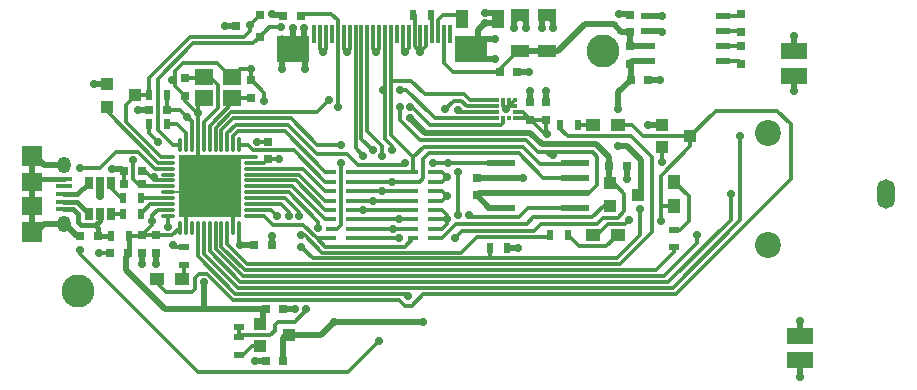
<source format=gbl>
G04 #@! TF.FileFunction,Copper,L2,Bot,Signal*
%FSLAX46Y46*%
G04 Gerber Fmt 4.6, Leading zero omitted, Abs format (unit mm)*
G04 Created by KiCad (PCBNEW 4.0.4-stable) date 10/29/16 22:21:33*
%MOMM*%
%LPD*%
G01*
G04 APERTURE LIST*
%ADD10C,0.100000*%
%ADD11C,2.800000*%
%ADD12R,0.900000X0.450000*%
%ADD13R,0.300000X1.600000*%
%ADD14R,2.700000X2.300000*%
%ADD15R,0.750000X0.800000*%
%ADD16R,0.800000X0.750000*%
%ADD17R,1.600000X1.000000*%
%ADD18R,1.000000X1.600000*%
%ADD19R,1.350000X0.450000*%
%ADD20O,1.150000X1.400000*%
%ADD21R,1.700000X1.700000*%
%ADD22R,1.700000X1.500000*%
%ADD23R,0.500000X0.900000*%
%ADD24R,0.690880X1.000760*%
%ADD25R,1.143000X0.508000*%
%ADD26R,2.399540X0.599440*%
%ADD27O,1.300000X0.300000*%
%ADD28O,0.300000X1.300000*%
%ADD29R,5.300000X5.300000*%
%ADD30R,1.600000X1.400000*%
%ADD31R,0.800100X0.800100*%
%ADD32R,1.000000X1.000000*%
%ADD33C,2.200000*%
%ADD34O,1.500000X2.500000*%
%ADD35R,0.900000X0.500000*%
%ADD36R,1.200000X1.000000*%
%ADD37R,1.000000X1.200000*%
%ADD38R,0.320000X0.320000*%
%ADD39R,2.200000X1.350000*%
%ADD40C,0.700000*%
%ADD41C,0.500000*%
%ADD42C,0.300000*%
%ADD43C,0.200000*%
%ADD44C,0.400000*%
%ADD45C,0.700000*%
G04 APERTURE END LIST*
D10*
D11*
X149700000Y-71650000D03*
X105250000Y-91970000D03*
D12*
X128350000Y-81900000D03*
X128350000Y-82700000D03*
X128350000Y-83500000D03*
X128350000Y-84300000D03*
X128350000Y-85100000D03*
X128350000Y-85900000D03*
X128350000Y-86700000D03*
X128350000Y-87500000D03*
X126650000Y-87500000D03*
X126650000Y-86700000D03*
X126650000Y-85900000D03*
X126650000Y-85100000D03*
X126650000Y-84300000D03*
X126650000Y-83500000D03*
X126650000Y-82700000D03*
X126650000Y-81900000D03*
D13*
X136750000Y-70200000D03*
X136250000Y-70200000D03*
X135750000Y-70200000D03*
X135250000Y-70200000D03*
X134750000Y-70200000D03*
X134250000Y-70200000D03*
X133750000Y-70200000D03*
X133250000Y-70200000D03*
X132750000Y-70200000D03*
X132250000Y-70200000D03*
X131750000Y-70200000D03*
X131250000Y-70200000D03*
X130750000Y-70200000D03*
X130250000Y-70200000D03*
X129750000Y-70200000D03*
X129250000Y-70200000D03*
X128750000Y-70200000D03*
X128250000Y-70200000D03*
X127750000Y-70200000D03*
X127250000Y-70200000D03*
X126750000Y-70200000D03*
X126250000Y-70200000D03*
X125750000Y-70200000D03*
X125250000Y-70200000D03*
D14*
X138500000Y-71450000D03*
X123500000Y-71450000D03*
D15*
X152000000Y-71200000D03*
X152000000Y-72700000D03*
D16*
X122650000Y-68650000D03*
X124150000Y-68650000D03*
X150250000Y-81400000D03*
X151750000Y-81400000D03*
X152050000Y-74050000D03*
X153550000Y-74050000D03*
D15*
X152000000Y-70050000D03*
X152000000Y-68550000D03*
X161400000Y-70000000D03*
X161400000Y-68500000D03*
X161400000Y-71200000D03*
X161400000Y-72700000D03*
D16*
X106950000Y-87300000D03*
X105450000Y-87300000D03*
D15*
X110700000Y-87250000D03*
X110700000Y-88750000D03*
D16*
X110650000Y-81800000D03*
X109150000Y-81800000D03*
D15*
X111900000Y-87250000D03*
X111900000Y-88750000D03*
D16*
X112750000Y-76600000D03*
X111250000Y-76600000D03*
D15*
X121300000Y-80800000D03*
X121300000Y-79300000D03*
D16*
X120150000Y-88100000D03*
X121650000Y-88100000D03*
D17*
X145000000Y-71600000D03*
X145000000Y-68600000D03*
X142700000Y-71600000D03*
X142700000Y-68600000D03*
D16*
X140950000Y-73400000D03*
X142450000Y-73400000D03*
D18*
X137800000Y-68900000D03*
X140800000Y-68900000D03*
D15*
X139000000Y-83850000D03*
X139000000Y-82350000D03*
D16*
X121150000Y-93500000D03*
X122650000Y-93500000D03*
X122650000Y-97900000D03*
X121150000Y-97900000D03*
D15*
X114300000Y-73950000D03*
X114300000Y-75450000D03*
X119900000Y-75600000D03*
X119900000Y-74100000D03*
D16*
X110650000Y-82900000D03*
X109150000Y-82900000D03*
D19*
X104050000Y-85050000D03*
X104050000Y-84400000D03*
X104050000Y-83750000D03*
X104050000Y-83100000D03*
X104050000Y-82450000D03*
D20*
X104050000Y-86250000D03*
X104050000Y-81250000D03*
D21*
X101350000Y-86950000D03*
X101350000Y-80550000D03*
D22*
X101350000Y-84750000D03*
X101350000Y-82750000D03*
D23*
X108050000Y-87300000D03*
X109550000Y-87300000D03*
X112750000Y-75400000D03*
X111250000Y-75400000D03*
X135150000Y-68600000D03*
X133650000Y-68600000D03*
D12*
X135350000Y-81900000D03*
X135350000Y-82700000D03*
X135350000Y-83500000D03*
X135350000Y-84300000D03*
X135350000Y-85100000D03*
X135350000Y-85900000D03*
X135350000Y-86700000D03*
X135350000Y-87500000D03*
X133650000Y-87500000D03*
X133650000Y-86700000D03*
X133650000Y-85900000D03*
X133650000Y-85100000D03*
X133650000Y-84300000D03*
X133650000Y-83500000D03*
X133650000Y-82700000D03*
X133650000Y-81900000D03*
D23*
X112750000Y-77800000D03*
X111250000Y-77800000D03*
X109050000Y-84100000D03*
X110550000Y-84100000D03*
X109050000Y-85400000D03*
X110550000Y-85400000D03*
D24*
X106150040Y-82799520D03*
X107100000Y-82799520D03*
X108049960Y-82799520D03*
X108049960Y-85400480D03*
X107100000Y-85400480D03*
X106150040Y-85400480D03*
D25*
X153525000Y-68695000D03*
X153525000Y-69965000D03*
X153525000Y-71235000D03*
X153525000Y-72505000D03*
X159875000Y-72505000D03*
X159875000Y-71235000D03*
X159875000Y-69965000D03*
X159875000Y-68695000D03*
D26*
X141033000Y-81095000D03*
X147367000Y-81095000D03*
X141033000Y-82365000D03*
X141033000Y-83635000D03*
X141033000Y-84905000D03*
X147367000Y-82365000D03*
X147367000Y-83635000D03*
X147367000Y-84905000D03*
D27*
X112900000Y-85600000D03*
X112900000Y-85100000D03*
X112900000Y-84600000D03*
X112900000Y-84100000D03*
X112900000Y-83600000D03*
X112900000Y-83100000D03*
X112900000Y-82600000D03*
X112900000Y-82100000D03*
X112900000Y-81600000D03*
X112900000Y-81100000D03*
X112900000Y-80600000D03*
D28*
X113900000Y-79600000D03*
X114400000Y-79600000D03*
X114900000Y-79600000D03*
X115400000Y-79600000D03*
X115900000Y-79600000D03*
X116400000Y-79600000D03*
X116900000Y-79600000D03*
X117400000Y-79600000D03*
X117900000Y-79600000D03*
X118400000Y-79600000D03*
X118900000Y-79600000D03*
D27*
X119900000Y-80600000D03*
X119900000Y-81100000D03*
X119900000Y-81600000D03*
X119900000Y-82100000D03*
X119900000Y-82600000D03*
X119900000Y-83100000D03*
X119900000Y-83600000D03*
X119900000Y-84100000D03*
X119900000Y-84600000D03*
X119900000Y-85100000D03*
X119900000Y-85600000D03*
D28*
X118900000Y-86600000D03*
X118400000Y-86600000D03*
X117900000Y-86600000D03*
X117400000Y-86600000D03*
X116900000Y-86600000D03*
X116400000Y-86600000D03*
X115900000Y-86600000D03*
X115400000Y-86600000D03*
X114900000Y-86600000D03*
X114400000Y-86600000D03*
X113900000Y-86600000D03*
D29*
X116400000Y-83100000D03*
D30*
X115900000Y-73800000D03*
X118300000Y-73800000D03*
X118300000Y-75600000D03*
X115900000Y-75600000D03*
D31*
X120650760Y-68550000D03*
X120650760Y-70450000D03*
X118651780Y-69500000D03*
D32*
X150300000Y-84750000D03*
X150300000Y-82850000D03*
X152700000Y-83800000D03*
X107700000Y-76350000D03*
X107700000Y-74450000D03*
X110100000Y-75400000D03*
X120700000Y-96650000D03*
X120700000Y-94750000D03*
X123100000Y-95700000D03*
D33*
X163700000Y-88050000D03*
X163700000Y-78550000D03*
D34*
X173700000Y-83750000D03*
D35*
X118900000Y-95850000D03*
X118900000Y-97350000D03*
D32*
X154700000Y-79800000D03*
X154700000Y-77900000D03*
X157100000Y-78850000D03*
D35*
X114200000Y-88250000D03*
X114200000Y-89750000D03*
D23*
X145250000Y-87200000D03*
X146750000Y-87200000D03*
D35*
X155750000Y-88250000D03*
X155750000Y-86750000D03*
D23*
X146050000Y-77900000D03*
X147550000Y-77900000D03*
D36*
X111950000Y-90900000D03*
X114050000Y-90900000D03*
X148850000Y-87200000D03*
X150950000Y-87200000D03*
D37*
X155750000Y-84800000D03*
X155750000Y-82700000D03*
D36*
X150950000Y-77900000D03*
X148850000Y-77900000D03*
D23*
X140100000Y-88350000D03*
X141600000Y-88350000D03*
D15*
X144900000Y-77450000D03*
X144900000Y-75950000D03*
X143550000Y-77450000D03*
X143550000Y-75950000D03*
D35*
X118900000Y-95000000D03*
X118900000Y-93500000D03*
D38*
X140750000Y-77300000D03*
X141250000Y-77300000D03*
X141750000Y-77300000D03*
X142250000Y-77300000D03*
X142250000Y-76800000D03*
X142250000Y-76300000D03*
X142250000Y-75800000D03*
X141750000Y-75800000D03*
X141250000Y-75800000D03*
X140750000Y-75800000D03*
X140750000Y-76300000D03*
X140750000Y-76800000D03*
D39*
X166400000Y-95775000D03*
X166400000Y-97825000D03*
X165900000Y-71675000D03*
X165900000Y-73725000D03*
D16*
X109450000Y-88700000D03*
X107950000Y-88700000D03*
D40*
X151000000Y-79650000D03*
X151000000Y-76550000D03*
X107000000Y-88700000D03*
X165900000Y-75000000D03*
X165900000Y-70400000D03*
X166400000Y-94500000D03*
X166400000Y-99200000D03*
X113250000Y-74050000D03*
X121700000Y-68500000D03*
X123500000Y-69700000D03*
X144900000Y-75000000D03*
X143550000Y-75000000D03*
X141500000Y-76550000D03*
X136500000Y-85900000D03*
X121000000Y-75850000D03*
X110700000Y-89700000D03*
X142550000Y-88350000D03*
X151750000Y-82450000D03*
X153500000Y-77900000D03*
X106650000Y-74450000D03*
X124500000Y-73200000D03*
X122500000Y-73200000D03*
X126000000Y-71700000D03*
X128000000Y-71700000D03*
X130500000Y-71700000D03*
X132950000Y-71700000D03*
X124400000Y-69700000D03*
X117700000Y-69500000D03*
X108100000Y-81600000D03*
X115400000Y-76900000D03*
X143400000Y-73400000D03*
X154500000Y-74050000D03*
X154700000Y-70000000D03*
X154700000Y-68700000D03*
X151050000Y-68500000D03*
X134250000Y-71700000D03*
X145500000Y-69700000D03*
X144500000Y-69700000D03*
X143200000Y-69700000D03*
X142200000Y-69700000D03*
X140600000Y-72300000D03*
X140600000Y-70600000D03*
X139700000Y-69300000D03*
X139700000Y-68400000D03*
X120200000Y-97900000D03*
X123600000Y-93500000D03*
X121700000Y-87300000D03*
X114300000Y-85200000D03*
X118500000Y-85200000D03*
X114300000Y-81000000D03*
X116400000Y-83100000D03*
X118500000Y-81000000D03*
X110300000Y-76600000D03*
X142900000Y-82350000D03*
X119900000Y-73150000D03*
X120400000Y-79300000D03*
X136500000Y-83900000D03*
X136500000Y-82300000D03*
X111900000Y-89700000D03*
X107100000Y-83900000D03*
X145450000Y-80450000D03*
X144950000Y-78650000D03*
X132500000Y-76350000D03*
X127250000Y-76400000D03*
X109900000Y-80900000D03*
X137150000Y-87500000D03*
X132400000Y-87500000D03*
X133400000Y-77300000D03*
X115900000Y-91200000D03*
X122250000Y-80800000D03*
X119000000Y-88100000D03*
X111550000Y-86000000D03*
X111700000Y-82300000D03*
X114500000Y-77200000D03*
X112000000Y-79300000D03*
X134500000Y-94600000D03*
X126900000Y-94600000D03*
X119800000Y-69400000D03*
X124600000Y-93450000D03*
X125600000Y-86600000D03*
X131050000Y-74900000D03*
X132500000Y-74900000D03*
X131800000Y-80000000D03*
X131800000Y-82700000D03*
X105400000Y-88500000D03*
X105400000Y-81500000D03*
X130700000Y-96200000D03*
X136550000Y-81100000D03*
X136350000Y-76550000D03*
X135300000Y-81100000D03*
X132900000Y-81100000D03*
X129400000Y-80500000D03*
X129400000Y-85100000D03*
X130200000Y-80000000D03*
X130200000Y-84300000D03*
X131000000Y-80500000D03*
X131000000Y-83500000D03*
X138400000Y-85500000D03*
X132400000Y-85900000D03*
X133200000Y-92400000D03*
X122400000Y-69600000D03*
X122100000Y-85600000D03*
X160500000Y-83750000D03*
X154700000Y-81000000D03*
X123100000Y-85600000D03*
X124150000Y-88200000D03*
X152800000Y-85050000D03*
X151900000Y-85950000D03*
X154650000Y-86000000D03*
X113300000Y-88100000D03*
X112900000Y-86500000D03*
X124150000Y-87250000D03*
X124000000Y-85600000D03*
X157700000Y-87250000D03*
X161300000Y-78800000D03*
X137400000Y-81850000D03*
X137400000Y-76600000D03*
X131900000Y-86700000D03*
X137400000Y-85500000D03*
X133400000Y-76350000D03*
X126500000Y-75750000D03*
X127500000Y-79600000D03*
X127500000Y-81100000D03*
D41*
X152000000Y-71200000D02*
X152000000Y-70000000D01*
X153525000Y-71235000D02*
X152035000Y-71235000D01*
X152035000Y-71235000D02*
X152000000Y-71200000D01*
X152000000Y-70000000D02*
X151250000Y-70000000D01*
X151250000Y-70000000D02*
X150600000Y-69350000D01*
X150600000Y-69350000D02*
X148150000Y-69350000D01*
X148150000Y-69350000D02*
X145900000Y-71600000D01*
X145900000Y-71600000D02*
X145000000Y-71600000D01*
X142700000Y-71600000D02*
X145000000Y-71600000D01*
D42*
X140950000Y-73400000D02*
X140950000Y-73150000D01*
X140950000Y-73150000D02*
X142500000Y-71600000D01*
X142500000Y-71600000D02*
X142700000Y-71600000D01*
X136250000Y-70200000D02*
X136250000Y-72650000D01*
X137000000Y-73400000D02*
X140950000Y-73400000D01*
X136250000Y-72650000D02*
X137000000Y-73400000D01*
D41*
X152700000Y-83800000D02*
X152950000Y-83550000D01*
X152950000Y-83550000D02*
X152950000Y-80850000D01*
X152950000Y-80850000D02*
X151750000Y-79650000D01*
X151750000Y-79650000D02*
X151000000Y-79650000D01*
X151000000Y-76550000D02*
X151000000Y-75100000D01*
X151000000Y-75100000D02*
X152050000Y-74050000D01*
X152050000Y-74050000D02*
X152050000Y-72750000D01*
X152050000Y-72750000D02*
X152000000Y-72700000D01*
X151998220Y-74101780D02*
X152050000Y-74050000D01*
X153525000Y-72505000D02*
X152195000Y-72505000D01*
X152195000Y-72505000D02*
X152000000Y-72700000D01*
D42*
X107950000Y-88700000D02*
X107000000Y-88700000D01*
D41*
X165900000Y-73725000D02*
X165900000Y-75000000D01*
X165900000Y-71675000D02*
X165900000Y-70400000D01*
X166400000Y-95775000D02*
X166400000Y-94500000D01*
X166400000Y-97825000D02*
X166400000Y-99200000D01*
D42*
X113450000Y-74050000D02*
X113250000Y-74050000D01*
D41*
X122650000Y-68650000D02*
X122550000Y-68550000D01*
X122550000Y-68550000D02*
X121750000Y-68550000D01*
X121750000Y-68550000D02*
X121700000Y-68500000D01*
X123500000Y-69700000D02*
X123500000Y-71450000D01*
X144900000Y-75950000D02*
X144900000Y-75000000D01*
X143550000Y-75950000D02*
X143550000Y-75000000D01*
D42*
X142250000Y-75800000D02*
X141750000Y-76300000D01*
X142250000Y-76300000D02*
X141750000Y-76300000D01*
X141750000Y-76300000D02*
X141500000Y-76550000D01*
X141250000Y-75800000D02*
X141250000Y-76300000D01*
X141750000Y-76300000D02*
X141500000Y-76550000D01*
X141750000Y-76300000D02*
X141750000Y-75800000D01*
X141250000Y-76300000D02*
X141500000Y-76550000D01*
X135350000Y-85100000D02*
X136100000Y-85100000D01*
X136500000Y-85500000D02*
X136500000Y-85900000D01*
X136100000Y-85100000D02*
X136500000Y-85500000D01*
X135350000Y-86700000D02*
X136050000Y-86700000D01*
X136500000Y-85900000D02*
X135350000Y-85900000D01*
X136500000Y-86250000D02*
X136500000Y-85900000D01*
X136050000Y-86700000D02*
X136500000Y-86250000D01*
X119900000Y-74100000D02*
X119950000Y-74100000D01*
X119950000Y-74100000D02*
X121000000Y-75150000D01*
X121000000Y-75150000D02*
X121000000Y-75850000D01*
D41*
X110700000Y-89700000D02*
X110700000Y-88750000D01*
X141600000Y-88350000D02*
X142550000Y-88350000D01*
X151750000Y-81400000D02*
X151750000Y-82450000D01*
X154700000Y-77900000D02*
X153500000Y-77900000D01*
X107700000Y-74450000D02*
X106650000Y-74450000D01*
X123500000Y-71450000D02*
X124500000Y-72450000D01*
X124500000Y-72450000D02*
X124500000Y-73200000D01*
X123500000Y-71450000D02*
X122500000Y-72450000D01*
X122500000Y-72450000D02*
X122500000Y-73200000D01*
D42*
X126250000Y-70200000D02*
X126250000Y-71450000D01*
X125750000Y-71450000D02*
X126000000Y-71700000D01*
X125750000Y-71450000D02*
X125750000Y-70200000D01*
X126250000Y-71450000D02*
X126000000Y-71700000D01*
X128250000Y-70200000D02*
X128250000Y-71450000D01*
X127750000Y-71450000D02*
X127750000Y-70200000D01*
X128000000Y-71700000D02*
X127750000Y-71450000D01*
X128250000Y-71450000D02*
X128000000Y-71700000D01*
X130750000Y-70200000D02*
X130750000Y-71450000D01*
X130250000Y-71450000D02*
X130500000Y-71700000D01*
X130250000Y-71450000D02*
X130250000Y-70200000D01*
X130750000Y-71450000D02*
X130500000Y-71700000D01*
X133250000Y-70200000D02*
X133250000Y-71400000D01*
X132750000Y-71500000D02*
X132950000Y-71700000D01*
X132750000Y-71500000D02*
X132750000Y-70200000D01*
X133250000Y-71400000D02*
X132950000Y-71700000D01*
D41*
X123500000Y-71450000D02*
X123050000Y-71900000D01*
D42*
X123500000Y-71450000D02*
X124400000Y-70550000D01*
D41*
X124400000Y-70550000D02*
X124400000Y-69700000D01*
D42*
X123500000Y-71450000D02*
X122500000Y-70450000D01*
D41*
X118651780Y-69500000D02*
X117700000Y-69500000D01*
X108100000Y-81600000D02*
X108950000Y-81600000D01*
X142450000Y-73400000D02*
X143400000Y-73400000D01*
X153550000Y-74050000D02*
X154500000Y-74050000D01*
X153525000Y-69965000D02*
X154665000Y-69965000D01*
X154665000Y-69965000D02*
X154700000Y-70000000D01*
X153525000Y-68695000D02*
X154695000Y-68695000D01*
X154695000Y-68695000D02*
X154700000Y-68700000D01*
X152000000Y-68500000D02*
X151050000Y-68500000D01*
D42*
X133750000Y-70200000D02*
X133750000Y-71200000D01*
X134750000Y-71200000D02*
X134250000Y-71700000D01*
X134750000Y-70200000D02*
X134750000Y-71200000D01*
X134250000Y-71700000D02*
X134250000Y-70200000D01*
X133750000Y-71200000D02*
X134250000Y-71700000D01*
D41*
X145000000Y-68600000D02*
X145500000Y-69100000D01*
X145500000Y-69100000D02*
X145500000Y-69700000D01*
X145000000Y-68600000D02*
X144500000Y-69100000D01*
X144500000Y-69100000D02*
X144500000Y-69700000D01*
X142700000Y-68600000D02*
X143200000Y-69100000D01*
X143200000Y-69100000D02*
X143200000Y-69700000D01*
X142700000Y-68600000D02*
X142200000Y-69100000D01*
X142200000Y-69100000D02*
X142200000Y-69700000D01*
X138500000Y-71450000D02*
X139350000Y-72300000D01*
X139350000Y-72300000D02*
X140600000Y-72300000D01*
X138500000Y-71450000D02*
X139350000Y-70600000D01*
X139350000Y-70600000D02*
X140600000Y-70600000D01*
X138500000Y-71450000D02*
X139100000Y-70850000D01*
X139100000Y-70850000D02*
X139100000Y-69900000D01*
X139100000Y-69900000D02*
X139700000Y-69300000D01*
X140800000Y-68850000D02*
X140350000Y-69300000D01*
X140350000Y-69300000D02*
X139700000Y-69300000D01*
X140800000Y-68850000D02*
X140350000Y-68400000D01*
X140350000Y-68400000D02*
X139700000Y-68400000D01*
D42*
X133750000Y-70200000D02*
X133750000Y-68600000D01*
X133750000Y-68600000D02*
X133650000Y-68500000D01*
D41*
X121150000Y-97900000D02*
X120200000Y-97900000D01*
X122650000Y-93500000D02*
X123600000Y-93500000D01*
D43*
X112900000Y-83600000D02*
X115900000Y-83600000D01*
X115900000Y-83600000D02*
X116400000Y-83100000D01*
D42*
X115400000Y-79600000D02*
X115400000Y-82100000D01*
X115400000Y-82100000D02*
X116400000Y-83100000D01*
X119900000Y-80600000D02*
X118900000Y-80600000D01*
X118900000Y-80600000D02*
X116400000Y-83100000D01*
X114400000Y-86600000D02*
X114400000Y-85100000D01*
X114400000Y-85100000D02*
X116400000Y-83100000D01*
X118400000Y-86600000D02*
X118400000Y-85100000D01*
X118400000Y-85100000D02*
X116400000Y-83100000D01*
D41*
X121700000Y-88050000D02*
X121700000Y-87300000D01*
D42*
X121700000Y-88050000D02*
X121650000Y-88100000D01*
X114300000Y-85200000D02*
X116400000Y-83100000D01*
X118500000Y-85200000D02*
X116400000Y-83100000D01*
X114300000Y-81000000D02*
X116400000Y-83100000D01*
X118500000Y-81000000D02*
X116400000Y-83100000D01*
D41*
X111250000Y-76600000D02*
X110300000Y-76600000D01*
X141033000Y-82365000D02*
X142885000Y-82365000D01*
X142885000Y-82365000D02*
X142900000Y-82350000D01*
X141033000Y-82365000D02*
X139015000Y-82365000D01*
X139015000Y-82365000D02*
X139000000Y-82350000D01*
D42*
X118950000Y-73150000D02*
X119900000Y-73150000D01*
X119900000Y-73150000D02*
X119900000Y-74100000D01*
X118950000Y-73150000D02*
X118300000Y-73800000D01*
X117050000Y-72650000D02*
X118200000Y-73800000D01*
X118200000Y-73800000D02*
X118300000Y-73800000D01*
X114300000Y-75450000D02*
X113450000Y-74600000D01*
X114150000Y-72650000D02*
X117050000Y-72650000D01*
X113450000Y-73350000D02*
X114150000Y-72650000D01*
X113450000Y-74600000D02*
X113450000Y-74050000D01*
X113450000Y-74050000D02*
X113450000Y-73350000D01*
X115400000Y-76900000D02*
X115300000Y-76900000D01*
X114300000Y-75900000D02*
X114300000Y-75450000D01*
X115300000Y-76900000D02*
X114300000Y-75900000D01*
X115400000Y-76100000D02*
X115400000Y-76900000D01*
X115400000Y-76900000D02*
X115400000Y-79600000D01*
X115400000Y-76100000D02*
X115900000Y-75600000D01*
X121300000Y-79300000D02*
X120400000Y-79300000D01*
X135350000Y-84300000D02*
X136100000Y-84300000D01*
X136100000Y-83500000D02*
X136500000Y-83900000D01*
X136100000Y-83500000D02*
X135350000Y-83500000D01*
X136100000Y-84300000D02*
X136500000Y-83900000D01*
X135350000Y-82700000D02*
X136100000Y-82700000D01*
X136100000Y-81900000D02*
X136500000Y-82300000D01*
X136100000Y-81900000D02*
X135350000Y-81900000D01*
X136100000Y-82700000D02*
X136500000Y-82300000D01*
D41*
X109150000Y-81800000D02*
X108950000Y-81600000D01*
D42*
X109150000Y-82900000D02*
X109150000Y-81800000D01*
D41*
X101350000Y-80200000D02*
X102400000Y-81250000D01*
X102400000Y-81250000D02*
X104050000Y-81250000D01*
D44*
X104050000Y-82450000D02*
X101650000Y-82450000D01*
X101650000Y-82450000D02*
X101350000Y-82750000D01*
D41*
X101350000Y-80200000D02*
X101350000Y-82750000D01*
X101350000Y-84750000D02*
X101350000Y-82750000D01*
X101350000Y-87300000D02*
X101350000Y-84750000D01*
X104050000Y-86250000D02*
X102400000Y-86250000D01*
X102400000Y-86250000D02*
X101350000Y-87300000D01*
X105450000Y-87300000D02*
X105200000Y-87300000D01*
X105200000Y-87300000D02*
X104150000Y-86250000D01*
X104150000Y-86250000D02*
X104050000Y-86250000D01*
X111900000Y-88750000D02*
X111900000Y-89700000D01*
D45*
X107100000Y-82799520D02*
X107100000Y-83900000D01*
D42*
X116800000Y-81800000D02*
X117800000Y-82800000D01*
X117300000Y-83300000D02*
X117800000Y-82800000D01*
X142250000Y-76800000D02*
X142900000Y-76800000D01*
X142900000Y-76800000D02*
X143550000Y-77450000D01*
X142250000Y-77300000D02*
X143400000Y-77300000D01*
X143400000Y-77300000D02*
X143550000Y-77450000D01*
X144900000Y-77450000D02*
X143550000Y-77450000D01*
X143550000Y-77450000D02*
X143600000Y-77450000D01*
X143600000Y-77450000D02*
X144800000Y-78650000D01*
X144800000Y-78650000D02*
X144950000Y-78650000D01*
X144900000Y-77450000D02*
X144900000Y-78600000D01*
X145150000Y-80450000D02*
X144925000Y-80225000D01*
X145450000Y-80450000D02*
X145150000Y-80450000D01*
X144900000Y-78600000D02*
X144950000Y-78650000D01*
X148825000Y-80225000D02*
X144925000Y-80225000D01*
X144925000Y-80225000D02*
X144225000Y-80225000D01*
X134250000Y-79200000D02*
X143200000Y-79200000D01*
X132500000Y-77450000D02*
X134250000Y-79200000D01*
X132500000Y-76350000D02*
X132500000Y-77450000D01*
X144225000Y-80225000D02*
X143200000Y-79200000D01*
X148515000Y-83635000D02*
X147367000Y-83635000D01*
X149200000Y-82950000D02*
X148515000Y-83635000D01*
X149200000Y-80600000D02*
X149200000Y-82950000D01*
X148825000Y-80225000D02*
X149200000Y-80600000D01*
X127250000Y-70200000D02*
X127250000Y-76400000D01*
X124150000Y-68500000D02*
X126700000Y-68500000D01*
X127250000Y-69050000D02*
X127250000Y-70200000D01*
X126700000Y-68500000D02*
X127250000Y-69050000D01*
X110300000Y-82900000D02*
X109900000Y-82500000D01*
X109900000Y-82500000D02*
X109900000Y-80900000D01*
X110650000Y-82900000D02*
X110300000Y-82900000D01*
D41*
X147367000Y-83635000D02*
X141033000Y-83635000D01*
X141033000Y-84905000D02*
X140055000Y-84905000D01*
X140055000Y-84905000D02*
X139000000Y-83850000D01*
X141033000Y-83635000D02*
X139215000Y-83635000D01*
X139215000Y-83635000D02*
X139000000Y-83850000D01*
D42*
X112900000Y-83100000D02*
X110850000Y-83100000D01*
X110850000Y-83100000D02*
X110650000Y-82900000D01*
X128350000Y-87500000D02*
X132400000Y-87500000D01*
X143850000Y-86850000D02*
X137800000Y-86850000D01*
X137800000Y-86850000D02*
X137150000Y-87500000D01*
X151500000Y-83750000D02*
X150600000Y-82850000D01*
X149200000Y-86250000D02*
X144450000Y-86250000D01*
X149700000Y-85750000D02*
X149200000Y-86250000D01*
X150950000Y-85750000D02*
X149700000Y-85750000D01*
X151500000Y-85200000D02*
X150950000Y-85750000D01*
X151500000Y-83750000D02*
X151500000Y-85200000D01*
X144450000Y-86250000D02*
X143850000Y-86850000D01*
X150300000Y-82850000D02*
X150600000Y-82850000D01*
X121150000Y-93500000D02*
X118900000Y-93500000D01*
D41*
X150250000Y-81400000D02*
X150250000Y-80650000D01*
X149125000Y-79525000D02*
X144525000Y-79525000D01*
X150250000Y-82800000D02*
X150300000Y-82850000D01*
X149125000Y-79525000D02*
X150250000Y-80650000D01*
X150250000Y-80650000D02*
X150250000Y-82800000D01*
X134650000Y-78550000D02*
X143550000Y-78550000D01*
X133400000Y-77300000D02*
X134650000Y-78550000D01*
D42*
X150300000Y-82850000D02*
X150300000Y-82900000D01*
D41*
X144525000Y-79525000D02*
X143550000Y-78550000D01*
X115900000Y-91200000D02*
X115900000Y-93500000D01*
X120899240Y-94750000D02*
X120899240Y-93750760D01*
X120899240Y-93750760D02*
X121150000Y-93500000D01*
X109300000Y-89100000D02*
X109300000Y-90200000D01*
X109300000Y-90200000D02*
X112600000Y-93500000D01*
X112600000Y-93500000D02*
X115900000Y-93500000D01*
X115900000Y-93500000D02*
X121150000Y-93500000D01*
D42*
X122250000Y-80800000D02*
X121300000Y-80800000D01*
X111700000Y-82300000D02*
X111700000Y-82600000D01*
X111250000Y-78550000D02*
X112000000Y-79300000D01*
X111250000Y-77800000D02*
X111250000Y-78550000D01*
X112750000Y-75400000D02*
X112750000Y-76600000D01*
D41*
X120150000Y-88100000D02*
X119000000Y-88100000D01*
D42*
X118900000Y-88000000D02*
X119000000Y-88100000D01*
X118900000Y-88000000D02*
X118900000Y-86600000D01*
X114500000Y-77200000D02*
X113900000Y-76600000D01*
X114900000Y-77600000D02*
X114500000Y-77200000D01*
X114900000Y-79600000D02*
X114900000Y-77600000D01*
X113900000Y-76600000D02*
X112750000Y-76600000D01*
X119900000Y-81100000D02*
X121000000Y-81100000D01*
X121000000Y-81100000D02*
X121300000Y-80800000D01*
D44*
X109550000Y-87300000D02*
X109550000Y-88850000D01*
X109550000Y-88850000D02*
X109300000Y-89100000D01*
D42*
X112900000Y-82600000D02*
X111700000Y-82600000D01*
X111700000Y-82600000D02*
X110900000Y-81800000D01*
X110900000Y-81800000D02*
X110650000Y-81800000D01*
X111900000Y-87250000D02*
X113250000Y-87250000D01*
X113250000Y-87250000D02*
X113900000Y-86600000D01*
X110700000Y-87250000D02*
X111900000Y-87250000D01*
X112900000Y-85100000D02*
X112000000Y-85100000D01*
X112000000Y-85100000D02*
X111550000Y-85550000D01*
X111550000Y-85550000D02*
X111550000Y-86000000D01*
X111550000Y-86400000D02*
X110700000Y-87250000D01*
X111550000Y-86000000D02*
X111550000Y-86400000D01*
X109550000Y-87300000D02*
X110650000Y-87300000D01*
X110650000Y-87300000D02*
X110700000Y-87250000D01*
X159875000Y-69965000D02*
X161365000Y-69965000D01*
X161365000Y-69965000D02*
X161400000Y-70000000D01*
X159875000Y-68695000D02*
X161205000Y-68695000D01*
X161205000Y-68695000D02*
X161400000Y-68500000D01*
X159875000Y-71235000D02*
X161365000Y-71235000D01*
X161365000Y-71235000D02*
X161400000Y-71200000D01*
X159875000Y-72505000D02*
X161205000Y-72505000D01*
X161205000Y-72505000D02*
X161400000Y-72700000D01*
D44*
X106950000Y-87300000D02*
X108050000Y-87300000D01*
X106950000Y-87300000D02*
X106950000Y-86650000D01*
X106950000Y-86650000D02*
X106700000Y-86400000D01*
X104050000Y-85050000D02*
X104850000Y-85050000D01*
X107100000Y-86000000D02*
X107100000Y-85400480D01*
X106700000Y-86400000D02*
X107100000Y-86000000D01*
X105500000Y-86400000D02*
X106700000Y-86400000D01*
X105250000Y-86150000D02*
X105500000Y-86400000D01*
X105250000Y-85450000D02*
X105250000Y-86150000D01*
X104850000Y-85050000D02*
X105250000Y-85450000D01*
X104050000Y-85050000D02*
X104550000Y-85050000D01*
D42*
X135750000Y-70200000D02*
X135750000Y-69050000D01*
X136200000Y-68600000D02*
X137550000Y-68600000D01*
X135750000Y-69050000D02*
X136200000Y-68600000D01*
X137550000Y-68600000D02*
X137800000Y-68850000D01*
D41*
X122650000Y-97900000D02*
X122650000Y-95948220D01*
X122650000Y-95948220D02*
X122898220Y-95700000D01*
X122898220Y-95700000D02*
X125800000Y-95700000D01*
X125800000Y-95700000D02*
X126900000Y-94600000D01*
X126900000Y-94600000D02*
X134500000Y-94600000D01*
D42*
X114300000Y-73950000D02*
X115750000Y-73950000D01*
X115750000Y-73950000D02*
X115900000Y-73800000D01*
X115900000Y-79600000D02*
X115900000Y-77650000D01*
X117100000Y-74500000D02*
X116400000Y-73800000D01*
X117100000Y-76450000D02*
X117100000Y-74500000D01*
X115900000Y-77650000D02*
X117100000Y-76450000D01*
X116400000Y-73800000D02*
X115900000Y-73800000D01*
X118300000Y-75600000D02*
X118300000Y-75992968D01*
X118350000Y-75992968D02*
X116390002Y-77952966D01*
X116390002Y-77952966D02*
X116390002Y-79600000D01*
X116390002Y-79600000D02*
X116400000Y-79600000D01*
X119900000Y-75600000D02*
X118300000Y-75600000D01*
D44*
X104050000Y-84400000D02*
X105149560Y-84400000D01*
X105149560Y-84400000D02*
X106150040Y-85400480D01*
X104050000Y-83750000D02*
X105199560Y-83750000D01*
X105199560Y-83750000D02*
X106150040Y-82799520D01*
D42*
X143250000Y-86250000D02*
X137300000Y-86250000D01*
X137300000Y-86250000D02*
X136050000Y-87500000D01*
X150300000Y-84750000D02*
X149750000Y-84750000D01*
X149750000Y-84750000D02*
X148800000Y-85700000D01*
X135350000Y-87500000D02*
X136050000Y-87500000D01*
X150300000Y-84450000D02*
X150300000Y-84750000D01*
X148800000Y-85700000D02*
X143800000Y-85700000D01*
X143800000Y-85700000D02*
X143250000Y-86250000D01*
X107700000Y-76500000D02*
X107699240Y-76499240D01*
X107699240Y-76499240D02*
X107699240Y-76250000D01*
X112042968Y-81100000D02*
X107700000Y-76757032D01*
X107700000Y-76757032D02*
X107700000Y-76500000D01*
X112900000Y-81100000D02*
X112042968Y-81100000D01*
X119800000Y-69400000D02*
X119800000Y-69950000D01*
X119300000Y-70450000D02*
X114750000Y-70450000D01*
X119800000Y-69950000D02*
X119300000Y-70450000D01*
X120650760Y-68550000D02*
X119800760Y-69400000D01*
X119800760Y-69400000D02*
X119800000Y-69400000D01*
X111250000Y-75400000D02*
X111250000Y-73950000D01*
X111250000Y-73950000D02*
X114750000Y-70450000D01*
X111250000Y-75400000D02*
X110190002Y-75400000D01*
X110190002Y-75400000D02*
X109350000Y-76240002D01*
X112900000Y-80600000D02*
X112300000Y-80600000D01*
X109350000Y-77650000D02*
X109350000Y-76240002D01*
X112300000Y-80600000D02*
X109350000Y-77650000D01*
X123650000Y-94550000D02*
X124600000Y-93600000D01*
X124600000Y-93600000D02*
X124600000Y-93450000D01*
X123650000Y-94550000D02*
X122200000Y-94550000D01*
X118900000Y-95000000D02*
X118900000Y-95850000D01*
X121900000Y-95350000D02*
X121550000Y-95700000D01*
X121550000Y-95700000D02*
X119150000Y-95700000D01*
X121900000Y-94850000D02*
X121900000Y-95350000D01*
X122200000Y-94550000D02*
X121900000Y-94850000D01*
X125600000Y-86100000D02*
X125600000Y-86600000D01*
X123100000Y-83600000D02*
X125600000Y-86100000D01*
X119900000Y-83600000D02*
X123100000Y-83600000D01*
X135250000Y-70200000D02*
X135250000Y-68600000D01*
X135250000Y-68600000D02*
X135150000Y-68500000D01*
X108049960Y-82799520D02*
X108049960Y-83249960D01*
X108049960Y-83249960D02*
X108900000Y-84100000D01*
X108900000Y-84100000D02*
X109050000Y-84100000D01*
X112900000Y-84100000D02*
X110550000Y-84100000D01*
X109050000Y-85400000D02*
X108050440Y-85400000D01*
X108050440Y-85400000D02*
X108049960Y-85400480D01*
X112900000Y-84600000D02*
X111350000Y-84600000D01*
X111350000Y-84600000D02*
X110550000Y-85400000D01*
X140750000Y-77300000D02*
X135450000Y-77300000D01*
X135450000Y-77300000D02*
X135100000Y-76950000D01*
X132500000Y-74900000D02*
X133050000Y-74900000D01*
X133050000Y-74900000D02*
X135100000Y-76950000D01*
X131050000Y-74900000D02*
X131250000Y-74900000D01*
X131800000Y-79650000D02*
X131250000Y-79100000D01*
X131250000Y-75850000D02*
X131250000Y-74900000D01*
X131250000Y-79100000D02*
X131250000Y-75850000D01*
X131800000Y-80000000D02*
X131800000Y-79650000D01*
X131250000Y-74900000D02*
X131250000Y-70200000D01*
X133650000Y-82700000D02*
X134200000Y-82700000D01*
X144665000Y-82365000D02*
X147367000Y-82365000D01*
X142600000Y-80300000D02*
X144665000Y-82365000D01*
X134950000Y-80300000D02*
X142600000Y-80300000D01*
X134500000Y-80750000D02*
X134950000Y-80300000D01*
X134500000Y-82400000D02*
X134500000Y-80750000D01*
X134200000Y-82700000D02*
X134500000Y-82400000D01*
X133650000Y-82700000D02*
X131800000Y-82700000D01*
X131800000Y-82700000D02*
X128350000Y-82700000D01*
X131750000Y-74150000D02*
X133450000Y-74150000D01*
X138430002Y-75800000D02*
X140750000Y-75800000D01*
X137930002Y-75300000D02*
X138430002Y-75800000D01*
X134600000Y-75300000D02*
X137930002Y-75300000D01*
X133450000Y-74150000D02*
X134600000Y-75300000D01*
X131750000Y-75650000D02*
X131750000Y-78750000D01*
X133650000Y-80650000D02*
X131750000Y-78750000D01*
X133650000Y-81900000D02*
X133650000Y-80650000D01*
X131750000Y-70200000D02*
X131750000Y-74150000D01*
X131750000Y-74150000D02*
X131750000Y-75650000D01*
X147517000Y-81245000D02*
X144395000Y-81245000D01*
X144395000Y-81245000D02*
X142900000Y-79750000D01*
X133650000Y-81900000D02*
X133650000Y-80650000D01*
X133650000Y-80650000D02*
X134550000Y-79750000D01*
X134550000Y-79750000D02*
X142900000Y-79750000D01*
X128350000Y-81900000D02*
X133650000Y-81900000D01*
X105400000Y-88500000D02*
X105400000Y-88800000D01*
X105400000Y-88800000D02*
X107300000Y-90700000D01*
X107300000Y-90700000D02*
X115400000Y-98800000D01*
X115400000Y-98800000D02*
X116750000Y-98800000D01*
X105400000Y-81500000D02*
X107100000Y-81500000D01*
X107100000Y-81500000D02*
X108450000Y-80150000D01*
X111800000Y-81600000D02*
X110350000Y-80150000D01*
X112900000Y-81600000D02*
X111800000Y-81600000D01*
X110350000Y-80150000D02*
X108450000Y-80150000D01*
X116750000Y-98800000D02*
X128100000Y-98800000D01*
X128100000Y-98800000D02*
X130700000Y-96200000D01*
X140750000Y-76300000D02*
X138150000Y-76300000D01*
X137700000Y-75850000D02*
X138150000Y-76300000D01*
X137050000Y-75850000D02*
X137700000Y-75850000D01*
X136350000Y-76550000D02*
X137050000Y-75850000D01*
X135300000Y-81100000D02*
X136550000Y-81100000D01*
X136550000Y-81100000D02*
X141028000Y-81100000D01*
X141028000Y-81100000D02*
X141033000Y-81095000D01*
X125450000Y-80350000D02*
X128050000Y-80350000D01*
X128050000Y-80350000D02*
X129000000Y-81300000D01*
X132700000Y-81300000D02*
X132900000Y-81100000D01*
X129000000Y-81300000D02*
X132700000Y-81300000D01*
X136500000Y-81100000D02*
X136500000Y-81095000D01*
X136500000Y-81095000D02*
X136500000Y-81100000D01*
X136500000Y-81100000D02*
X136500000Y-81095000D01*
X117900000Y-78600000D02*
X118600000Y-77900000D01*
X118600000Y-77900000D02*
X123000000Y-77900000D01*
X123000000Y-77900000D02*
X125450000Y-80350000D01*
X117900000Y-79600000D02*
X117900000Y-78600000D01*
X136500000Y-81095000D02*
X141033000Y-81095000D01*
X119900000Y-82600000D02*
X123700000Y-82600000D01*
X126200000Y-85100000D02*
X126650000Y-85100000D01*
X123700000Y-82600000D02*
X126200000Y-85100000D01*
X119900000Y-82100000D02*
X124000000Y-82100000D01*
X126200000Y-84300000D02*
X126650000Y-84300000D01*
X124000000Y-82100000D02*
X126200000Y-84300000D01*
X119900000Y-81600000D02*
X124300000Y-81600000D01*
X126200000Y-83500000D02*
X126650000Y-83500000D01*
X124300000Y-81600000D02*
X126200000Y-83500000D01*
X120100000Y-80050000D02*
X123550000Y-80050000D01*
X118900000Y-79600000D02*
X119650000Y-79600000D01*
X119650000Y-79600000D02*
X120100000Y-80050000D01*
X118900000Y-79600000D02*
X118900000Y-79100000D01*
X123550000Y-80050000D02*
X126200000Y-82700000D01*
X126200000Y-82700000D02*
X126650000Y-82700000D01*
X118400000Y-79600000D02*
X118400000Y-78850000D01*
X126200000Y-81900000D02*
X126650000Y-81900000D01*
X122750000Y-78450000D02*
X126200000Y-81900000D01*
X118800000Y-78450000D02*
X122750000Y-78450000D01*
X118400000Y-78850000D02*
X118800000Y-78450000D01*
X129400000Y-80500000D02*
X128750000Y-79850000D01*
X128750000Y-70050000D02*
X128750000Y-79850000D01*
X128350000Y-85100000D02*
X129400000Y-85100000D01*
X129400000Y-85100000D02*
X133650000Y-85100000D01*
X130200000Y-80000000D02*
X129250000Y-79050000D01*
X129250000Y-79050000D02*
X129250000Y-70200000D01*
X128350000Y-84300000D02*
X130200000Y-84300000D01*
X130200000Y-84300000D02*
X133650000Y-84300000D01*
X129750000Y-70200000D02*
X129750000Y-78450000D01*
X131000000Y-79700000D02*
X129750000Y-78450000D01*
X131000000Y-80500000D02*
X131000000Y-79700000D01*
X128350000Y-83500000D02*
X131000000Y-83500000D01*
X131000000Y-83500000D02*
X133650000Y-83500000D01*
X142600000Y-85700000D02*
X138600000Y-85700000D01*
X138600000Y-85700000D02*
X138400000Y-85500000D01*
X143395000Y-84905000D02*
X147367000Y-84905000D01*
X142600000Y-85700000D02*
X143395000Y-84905000D01*
X128350000Y-85900000D02*
X132400000Y-85900000D01*
X132400000Y-85900000D02*
X133650000Y-85900000D01*
X119900000Y-83100000D02*
X123400000Y-83100000D01*
X123400000Y-83100000D02*
X126200000Y-85900000D01*
X126200000Y-85900000D02*
X126650000Y-85900000D01*
X118570006Y-92170006D02*
X132970006Y-92170006D01*
X132970006Y-92170006D02*
X133200000Y-92400000D01*
X115400000Y-86600000D02*
X115400000Y-89000000D01*
X115400000Y-89000000D02*
X118570006Y-92170006D01*
X120650760Y-70450000D02*
X120650760Y-70399240D01*
X120650760Y-70399240D02*
X121050000Y-70000000D01*
X122400000Y-69600000D02*
X121450000Y-69600000D01*
X121450000Y-69600000D02*
X121050000Y-70000000D01*
X121050000Y-70000000D02*
X120050000Y-71000000D01*
X113300000Y-79600000D02*
X112000000Y-78300000D01*
X113900000Y-79600000D02*
X113300000Y-79600000D01*
X112000000Y-78300000D02*
X112000000Y-74000000D01*
X112000000Y-74000000D02*
X115000000Y-71000000D01*
X115000000Y-71000000D02*
X120050000Y-71000000D01*
X119900000Y-85100000D02*
X121600000Y-85100000D01*
X121600000Y-85100000D02*
X122100000Y-85600000D01*
X114400000Y-79600000D02*
X114400000Y-78600000D01*
X113600000Y-77800000D02*
X112750000Y-77800000D01*
X114400000Y-78600000D02*
X113600000Y-77800000D01*
X155250000Y-91190002D02*
X160500000Y-85940002D01*
X160500000Y-85940002D02*
X160500000Y-83750000D01*
X118990002Y-91190002D02*
X155250000Y-91190002D01*
X116400000Y-86600000D02*
X116400000Y-88600000D01*
X116400000Y-88600000D02*
X118990002Y-91190002D01*
X120700000Y-96650000D02*
X119950000Y-96650000D01*
X119250000Y-97350000D02*
X118750000Y-97350000D01*
X119950000Y-96650000D02*
X119250000Y-97350000D01*
X140100000Y-88350000D02*
X140100000Y-89190002D01*
X154700000Y-79800000D02*
X154700000Y-81000000D01*
X125140002Y-89190002D02*
X140100000Y-89190002D01*
X140100000Y-89190002D02*
X150859998Y-89190002D01*
X122400000Y-84600000D02*
X123100000Y-85300000D01*
X123100000Y-85300000D02*
X123100000Y-85600000D01*
X119900000Y-84600000D02*
X122400000Y-84600000D01*
X124150000Y-88200000D02*
X125140002Y-89190002D01*
X150859998Y-89190002D02*
X152800000Y-87250000D01*
X152800000Y-87250000D02*
X152800000Y-85050000D01*
X154650000Y-79850000D02*
X154700000Y-79800000D01*
X150125000Y-86275000D02*
X151575000Y-86275000D01*
X151575000Y-86275000D02*
X151900000Y-85950000D01*
X155900000Y-92200000D02*
X165600000Y-82500000D01*
X159250000Y-76700000D02*
X157100000Y-78850000D01*
X164450000Y-76700000D02*
X159250000Y-76700000D01*
X165600000Y-77850000D02*
X164450000Y-76700000D01*
X165600000Y-82500000D02*
X165600000Y-77850000D01*
X155750000Y-84800000D02*
X154600000Y-84800000D01*
X157100000Y-78850000D02*
X157100000Y-79700000D01*
X157100000Y-79700000D02*
X154600000Y-82200000D01*
X154600000Y-84800000D02*
X154600000Y-82200000D01*
X154600000Y-85950000D02*
X154600000Y-84800000D01*
X154600000Y-85950000D02*
X154650000Y-86000000D01*
X148850000Y-87200000D02*
X149200000Y-87200000D01*
X149200000Y-87200000D02*
X150125000Y-86275000D01*
X150950000Y-77900000D02*
X152150000Y-77900000D01*
X153100000Y-78850000D02*
X157100000Y-78850000D01*
X152150000Y-77900000D02*
X153100000Y-78850000D01*
X111950000Y-90900000D02*
X111950000Y-91250000D01*
X134500000Y-92200000D02*
X155900000Y-92200000D01*
X133500000Y-93200000D02*
X134500000Y-92200000D01*
X132900000Y-93200000D02*
X133500000Y-93200000D01*
X132400000Y-92700000D02*
X132900000Y-93200000D01*
X118400000Y-92700000D02*
X132400000Y-92700000D01*
X116200000Y-90500000D02*
X118400000Y-92700000D01*
X115500000Y-90500000D02*
X116200000Y-90500000D01*
X115150000Y-90850000D02*
X115500000Y-90500000D01*
X115150000Y-91750000D02*
X115150000Y-90850000D01*
X114900000Y-92000000D02*
X115150000Y-91750000D01*
X112700000Y-92000000D02*
X114900000Y-92000000D01*
X111950000Y-91250000D02*
X112700000Y-92000000D01*
X114300000Y-88250000D02*
X113450000Y-88250000D01*
X113450000Y-88250000D02*
X113300000Y-88100000D01*
X112900000Y-85600000D02*
X112900000Y-86500000D01*
X114200000Y-89750000D02*
X114200000Y-90750000D01*
X114200000Y-90750000D02*
X114050000Y-90900000D01*
X139000000Y-87400000D02*
X145050000Y-87400000D01*
X145050000Y-87400000D02*
X145250000Y-87200000D01*
X137700000Y-88700000D02*
X139000000Y-87400000D01*
X124150000Y-87250000D02*
X124450000Y-87250000D01*
X125900000Y-88700000D02*
X137700000Y-88700000D01*
X124450000Y-87250000D02*
X125900000Y-88700000D01*
X119900000Y-84100000D02*
X122800000Y-84100000D01*
X124000000Y-85300000D02*
X124000000Y-85600000D01*
X122800000Y-84100000D02*
X124000000Y-85300000D01*
X146750000Y-87200000D02*
X147700000Y-88150000D01*
X150000000Y-88150000D02*
X150950000Y-87200000D01*
X147700000Y-88150000D02*
X150000000Y-88150000D01*
X155750000Y-88250000D02*
X155750000Y-88650000D01*
X155750000Y-88650000D02*
X154209998Y-90190002D01*
X117400000Y-86600000D02*
X117400000Y-88200000D01*
X119390002Y-90190002D02*
X154209998Y-90190002D01*
X117400000Y-88200000D02*
X119390002Y-90190002D01*
X155750000Y-86750000D02*
X156250000Y-86750000D01*
X156950000Y-83900000D02*
X155750000Y-82700000D01*
X156950000Y-86050000D02*
X156950000Y-83900000D01*
X156250000Y-86750000D02*
X156950000Y-86050000D01*
X146050000Y-77900000D02*
X146050000Y-78200000D01*
X146050000Y-78200000D02*
X146700000Y-78850000D01*
X151150000Y-89700000D02*
X153850000Y-87000000D01*
X152050000Y-78850000D02*
X146700000Y-78850000D01*
X153850000Y-80650000D02*
X152050000Y-78850000D01*
X153850000Y-87000000D02*
X153850000Y-80650000D01*
X117900000Y-88000000D02*
X119600000Y-89700000D01*
X117900000Y-86600000D02*
X117900000Y-88000000D01*
X119600000Y-89700000D02*
X151150000Y-89700000D01*
X147550000Y-77900000D02*
X148850000Y-77900000D01*
X154900000Y-90700000D02*
X157700000Y-87900000D01*
X157700000Y-87900000D02*
X157700000Y-87250000D01*
X116900000Y-86600000D02*
X116900000Y-88400000D01*
X119200000Y-90700000D02*
X154900000Y-90700000D01*
X116900000Y-88400000D02*
X119200000Y-90700000D01*
X155600000Y-91680004D02*
X161300000Y-85980004D01*
X161300000Y-85980004D02*
X161300000Y-78800000D01*
X115900000Y-88792968D02*
X118787036Y-91680004D01*
X115900000Y-86600000D02*
X115900000Y-88792968D01*
X118787036Y-91680004D02*
X155600000Y-91680004D01*
X140750000Y-76800000D02*
X137600000Y-76800000D01*
X137400000Y-76600000D02*
X137600000Y-76800000D01*
X137400000Y-85500000D02*
X137400000Y-81850000D01*
X133650000Y-86700000D02*
X131900000Y-86700000D01*
X131900000Y-86700000D02*
X128350000Y-86700000D01*
X133400000Y-76350000D02*
X133500000Y-76350000D01*
X141250000Y-77700000D02*
X141250000Y-77300000D01*
X141050000Y-77900000D02*
X141250000Y-77700000D01*
X135050000Y-77900000D02*
X141050000Y-77900000D01*
X133500000Y-76350000D02*
X135050000Y-77900000D01*
X118250000Y-76800000D02*
X125450000Y-76800000D01*
X125450000Y-76800000D02*
X126500000Y-75750000D01*
X116900000Y-79600000D02*
X116900000Y-78150000D01*
X116900000Y-78150000D02*
X118250000Y-76800000D01*
X127500000Y-79600000D02*
X125500000Y-79600000D01*
X125500000Y-79600000D02*
X123250000Y-77350000D01*
X127200000Y-86700000D02*
X127500000Y-86400000D01*
X127500000Y-86400000D02*
X127500000Y-81100000D01*
X126650000Y-86700000D02*
X127200000Y-86700000D01*
X117400000Y-79600000D02*
X117400000Y-78350000D01*
X118400000Y-77350000D02*
X123250000Y-77350000D01*
X117400000Y-78350000D02*
X118400000Y-77350000D01*
X126150000Y-88200000D02*
X132950000Y-88200000D01*
X132950000Y-88200000D02*
X133650000Y-87500000D01*
X126650000Y-87500000D02*
X125450000Y-87500000D01*
X126150000Y-88200000D02*
X125450000Y-87500000D01*
X125450000Y-87500000D02*
X124300000Y-86350000D01*
X121000000Y-85600000D02*
X121750000Y-86350000D01*
X119900000Y-85600000D02*
X121000000Y-85600000D01*
X124300000Y-86350000D02*
X121750000Y-86350000D01*
M02*

</source>
